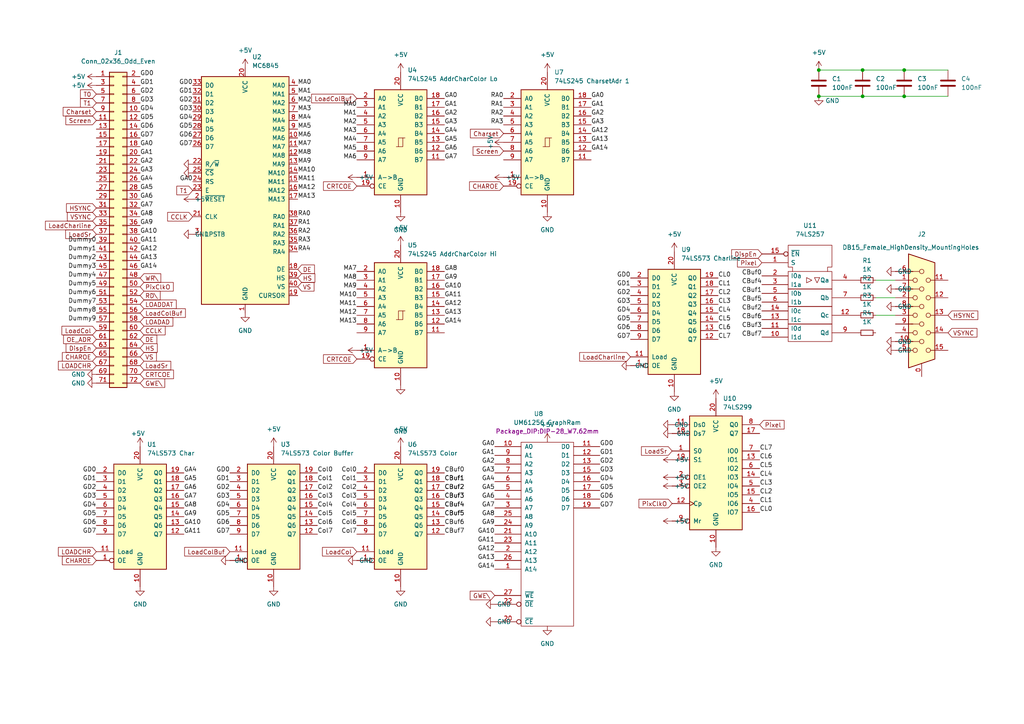
<source format=kicad_sch>
(kicad_sch (version 20211123) (generator eeschema)
  (paper "A4")
  (lib_symbols
    (symbol "74xx:74LS245" (pin_names (offset 1.016))
      (property "Reference" "U" (at -7.62 16.51 0))
      (property "Value" "74LS245" (at -7.62 -16.51 0))
      (symbol "74LS245_1_0"
        (pin input line (at -12.7 -10.16 0) (length 5.08) (name "A->B") (number "1"))
        (pin power_in line (at 0 -20.32 90) (length 5.08) (name "GND") (number "10"))
        (pin tri_state line (at 12.7 -5.08 180) (length 5.08) (name "B7") (number "11"))
        (pin tri_state line (at 12.7 -2.54 180) (length 5.08) (name "B6") (number "12"))
        (pin tri_state line (at 12.7 0 180) (length 5.08) (name "B5") (number "13"))
        (pin tri_state line (at 12.7 2.54 180) (length 5.08) (name "B4") (number "14"))
        (pin tri_state line (at 12.7 5.08 180) (length 5.08) (name "B3") (number "15"))
        (pin tri_state line (at 12.7 7.62 180) (length 5.08) (name "B2") (number "16"))
        (pin tri_state line (at 12.7 10.16 180) (length 5.08) (name "B1") (number "17"))
        (pin tri_state line (at 12.7 12.7 180) (length 5.08) (name "B0") (number "18"))
        (pin input inverted (at -12.7 -12.7 0) (length 5.08) (name "CE") (number "19"))
        (pin tri_state line (at -12.7 12.7 0) (length 5.08) (name "A0") (number "2"))
        (pin power_in line (at 0 20.32 270) (length 5.08) (name "VCC") (number "20"))
        (pin tri_state line (at -12.7 10.16 0) (length 5.08) (name "A1") (number "3"))
        (pin tri_state line (at -12.7 7.62 0) (length 5.08) (name "A2") (number "4"))
        (pin tri_state line (at -12.7 5.08 0) (length 5.08) (name "A3") (number "5"))
        (pin tri_state line (at -12.7 2.54 0) (length 5.08) (name "A4") (number "6"))
        (pin tri_state line (at -12.7 0 0) (length 5.08) (name "A5") (number "7"))
        (pin tri_state line (at -12.7 -2.54 0) (length 5.08) (name "A6") (number "8"))
        (pin tri_state line (at -12.7 -5.08 0) (length 5.08) (name "A7") (number "9"))
      )
    )
    (symbol "74xx:74LS299" (pin_names (offset 1.016))
      (property "Reference" "U" (at -7.62 16.51 0))
      (property "Value" "74LS299" (at -7.62 -19.05 0))
      (symbol "74LS299_1_0"
        (pin input line (at -12.7 5.08 0) (length 5.08) (name "S0") (number "1"))
        (pin power_in line (at 0 -22.86 90) (length 5.08) (name "GND") (number "10"))
        (pin input line (at -12.7 12.7 0) (length 5.08) (name "Ds0") (number "11"))
        (pin input clock (at -12.7 -10.16 0) (length 5.08) (name "Cp") (number "12"))
        (pin tri_state line (at 12.7 2.54 180) (length 5.08) (name "IO1") (number "13"))
        (pin tri_state line (at 12.7 -2.54 180) (length 5.08) (name "IO3") (number "14"))
        (pin tri_state line (at 12.7 -7.62 180) (length 5.08) (name "IO5") (number "15"))
        (pin tri_state line (at 12.7 -12.7 180) (length 5.08) (name "IO7") (number "16"))
        (pin output line (at 12.7 10.16 180) (length 5.08) (name "Q7") (number "17"))
        (pin input line (at -12.7 10.16 0) (length 5.08) (name "Ds7") (number "18"))
        (pin input line (at -12.7 2.54 0) (length 5.08) (name "S1") (number "19"))
        (pin input inverted (at -12.7 -2.54 0) (length 5.08) (name "OE1") (number "2"))
        (pin power_in line (at 0 20.32 270) (length 5.08) (name "VCC") (number "20"))
        (pin input inverted (at -12.7 -5.08 0) (length 5.08) (name "OE2") (number "3"))
        (pin tri_state line (at 12.7 -10.16 180) (length 5.08) (name "IO6") (number "4"))
        (pin tri_state line (at 12.7 -5.08 180) (length 5.08) (name "IO4") (number "5"))
        (pin tri_state line (at 12.7 0 180) (length 5.08) (name "IO2") (number "6"))
        (pin tri_state line (at 12.7 5.08 180) (length 5.08) (name "IO0") (number "7"))
        (pin output line (at 12.7 12.7 180) (length 5.08) (name "Q0") (number "8"))
        (pin input inverted (at -12.7 -15.24 0) (length 5.08) (name "Mr") (number "9"))
      )
    )
    (symbol "74xx:74LS573" (pin_names (offset 1.016))
      (property "Reference" "U" (at -7.62 16.51 0))
      (property "Value" "74LS573" (at -7.62 -16.51 0))
      (symbol "74LS573_1_0"
        (pin input inverted (at -12.7 -12.7 0) (length 5.08) (name "OE") (number "1"))
        (pin power_in line (at 0 -20.32 90) (length 5.08) (name "GND") (number "10"))
        (pin input line (at -12.7 -10.16 0) (length 5.08) (name "Load") (number "11"))
        (pin tri_state line (at 12.7 -5.08 180) (length 5.08) (name "Q7") (number "12"))
        (pin tri_state line (at 12.7 -2.54 180) (length 5.08) (name "Q6") (number "13"))
        (pin tri_state line (at 12.7 0 180) (length 5.08) (name "Q5") (number "14"))
        (pin tri_state line (at 12.7 2.54 180) (length 5.08) (name "Q4") (number "15"))
        (pin tri_state line (at 12.7 5.08 180) (length 5.08) (name "Q3") (number "16"))
        (pin tri_state line (at 12.7 7.62 180) (length 5.08) (name "Q2") (number "17"))
        (pin tri_state line (at 12.7 10.16 180) (length 5.08) (name "Q1") (number "18"))
        (pin tri_state line (at 12.7 12.7 180) (length 5.08) (name "Q0") (number "19"))
        (pin input line (at -12.7 12.7 0) (length 5.08) (name "D0") (number "2"))
        (pin power_in line (at 0 20.32 270) (length 5.08) (name "VCC") (number "20"))
        (pin input line (at -12.7 10.16 0) (length 5.08) (name "D1") (number "3"))
        (pin input line (at -12.7 7.62 0) (length 5.08) (name "D2") (number "4"))
        (pin input line (at -12.7 5.08 0) (length 5.08) (name "D3") (number "5"))
        (pin input line (at -12.7 2.54 0) (length 5.08) (name "D4") (number "6"))
        (pin input line (at -12.7 0 0) (length 5.08) (name "D5") (number "7"))
        (pin input line (at -12.7 -2.54 0) (length 5.08) (name "D6") (number "8"))
        (pin input line (at -12.7 -5.08 0) (length 5.08) (name "D7") (number "9"))
      )
    )
    (symbol "74xx_IEEE:74LS257" (pin_names (offset 0.762))
      (property "Reference" "U" (at 7.62 10.16 0))
      (property "Value" "74LS257" (at 6.35 -16.51 0))
      (symbol "74LS257_0_0"
        (pin power_in line (at 3.81 13.97 270) (length 0) hide (name "VCC") (number "16"))
        (pin power_in line (at 0 13.97 270) (length 0) hide (name "GND") (number "8"))
      )
      (symbol "74LS257_1_1"
        (pin input line (at -13.97 8.89 0) (length 7.62) (name "S") (number "1"))
        (pin input line (at -13.97 -12.7 0) (length 7.62) (name "I1d") (number "10"))
        (pin input line (at -13.97 -10.16 0) (length 7.62) (name "I0d") (number "11"))
        (pin tri_state line (at 13.97 -6.35 180) (length 7.62) (name "Qc") (number "12"))
        (pin input line (at -13.97 -7.62 0) (length 7.62) (name "I1c") (number "13"))
        (pin input line (at -13.97 -5.08 0) (length 7.62) (name "I0c") (number "14"))
        (pin input inverted (at -13.97 11.43 0) (length 7.62) (name "~{EN}") (number "15"))
        (pin input line (at -13.97 5.08 0) (length 7.62) (name "I0a") (number "2"))
        (pin input line (at -13.97 2.54 0) (length 7.62) (name "I1a") (number "3"))
        (pin tri_state line (at 13.97 3.81 180) (length 7.62) (name "Qa") (number "4"))
        (pin input line (at -13.97 0 0) (length 7.62) (name "I0b") (number "5"))
        (pin input line (at -13.97 -2.54 0) (length 7.62) (name "I1b") (number "6"))
        (pin tri_state line (at 13.97 -1.27 180) (length 7.62) (name "Qb") (number "7"))
        (pin tri_state line (at 13.97 -11.43 180) (length 7.62) (name "Qd") (number "9"))
      )
    )
    (symbol "Connector:DB15_Female_HighDensity_MountingHoles" (pin_names (offset 1.016) hide)
      (property "Reference" "J" (at 0 21.59 0))
      (property "Value" "DB15_Female_HighDensity_MountingHoles" (at 0 19.05 0))
      (symbol "DB15_Female_HighDensity_MountingHoles_1_1"
        (pin passive line (at 0 -17.78 90) (length 3.81) (name "~") (number "0"))
        (pin passive line (at -7.62 10.16 0) (length 5.08) (name "~") (number "1"))
        (pin passive line (at -7.62 -7.62 0) (length 5.08) (name "~") (number "10"))
        (pin passive line (at 7.62 10.16 180) (length 5.08) (name "~") (number "11"))
        (pin passive line (at 7.62 5.08 180) (length 5.08) (name "~") (number "12"))
        (pin passive line (at 7.62 0 180) (length 5.08) (name "~") (number "13"))
        (pin passive line (at 7.62 -5.08 180) (length 5.08) (name "~") (number "14"))
        (pin passive line (at 7.62 -10.16 180) (length 5.08) (name "~") (number "15"))
        (pin passive line (at -7.62 5.08 0) (length 5.08) (name "~") (number "2"))
        (pin passive line (at -7.62 0 0) (length 5.08) (name "~") (number "3"))
        (pin passive line (at -7.62 -5.08 0) (length 5.08) (name "~") (number "4"))
        (pin passive line (at -7.62 -10.16 0) (length 5.08) (name "~") (number "5"))
        (pin passive line (at -7.62 12.7 0) (length 5.08) (name "~") (number "6"))
        (pin passive line (at -7.62 7.62 0) (length 5.08) (name "~") (number "7"))
        (pin passive line (at -7.62 2.54 0) (length 5.08) (name "~") (number "8"))
        (pin passive line (at -7.62 -2.54 0) (length 5.08) (name "~") (number "9"))
      )
    )
    (symbol "Connector_Generic:Conn_02x36_Odd_Even" (pin_names (offset 1.016) hide)
      (property "Reference" "J" (at 1.27 45.72 0))
      (property "Value" "Conn_02x36_Odd_Even" (at 1.27 -48.26 0))
      (symbol "Conn_02x36_Odd_Even_1_1"
        (pin passive line (at -5.08 43.18 0) (length 3.81) (name "Pin_1") (number "1"))
        (pin passive line (at 7.62 33.02 180) (length 3.81) (name "Pin_10") (number "10"))
        (pin passive line (at -5.08 30.48 0) (length 3.81) (name "Pin_11") (number "11"))
        (pin passive line (at 7.62 30.48 180) (length 3.81) (name "Pin_12") (number "12"))
        (pin passive line (at -5.08 27.94 0) (length 3.81) (name "Pin_13") (number "13"))
        (pin passive line (at 7.62 27.94 180) (length 3.81) (name "Pin_14") (number "14"))
        (pin passive line (at -5.08 25.4 0) (length 3.81) (name "Pin_15") (number "15"))
        (pin passive line (at 7.62 25.4 180) (length 3.81) (name "Pin_16") (number "16"))
        (pin passive line (at -5.08 22.86 0) (length 3.81) (name "Pin_17") (number "17"))
        (pin passive line (at 7.62 22.86 180) (length 3.81) (name "Pin_18") (number "18"))
        (pin passive line (at -5.08 20.32 0) (length 3.81) (name "Pin_19") (number "19"))
        (pin passive line (at 7.62 43.18 180) (length 3.81) (name "Pin_2") (number "2"))
        (pin passive line (at 7.62 20.32 180) (length 3.81) (name "Pin_20") (number "20"))
        (pin passive line (at -5.08 17.78 0) (length 3.81) (name "Pin_21") (number "21"))
        (pin passive line (at 7.62 17.78 180) (length 3.81) (name "Pin_22") (number "22"))
        (pin passive line (at -5.08 15.24 0) (length 3.81) (name "Pin_23") (number "23"))
        (pin passive line (at 7.62 15.24 180) (length 3.81) (name "Pin_24") (number "24"))
        (pin passive line (at -5.08 12.7 0) (length 3.81) (name "Pin_25") (number "25"))
        (pin passive line (at 7.62 12.7 180) (length 3.81) (name "Pin_26") (number "26"))
        (pin passive line (at -5.08 10.16 0) (length 3.81) (name "Pin_27") (number "27"))
        (pin passive line (at 7.62 10.16 180) (length 3.81) (name "Pin_28") (number "28"))
        (pin passive line (at -5.08 7.62 0) (length 3.81) (name "Pin_29") (number "29"))
        (pin passive line (at -5.08 40.64 0) (length 3.81) (name "Pin_3") (number "3"))
        (pin passive line (at 7.62 7.62 180) (length 3.81) (name "Pin_30") (number "30"))
        (pin passive line (at -5.08 5.08 0) (length 3.81) (name "Pin_31") (number "31"))
        (pin passive line (at 7.62 5.08 180) (length 3.81) (name "Pin_32") (number "32"))
        (pin passive line (at -5.08 2.54 0) (length 3.81) (name "Pin_33") (number "33"))
        (pin passive line (at 7.62 2.54 180) (length 3.81) (name "Pin_34") (number "34"))
        (pin passive line (at -5.08 0 0) (length 3.81) (name "Pin_35") (number "35"))
        (pin passive line (at 7.62 0 180) (length 3.81) (name "Pin_36") (number "36"))
        (pin passive line (at -5.08 -2.54 0) (length 3.81) (name "Pin_37") (number "37"))
        (pin passive line (at 7.62 -2.54 180) (length 3.81) (name "Pin_38") (number "38"))
        (pin passive line (at -5.08 -5.08 0) (length 3.81) (name "Pin_39") (number "39"))
        (pin passive line (at 7.62 40.64 180) (length 3.81) (name "Pin_4") (number "4"))
        (pin passive line (at 7.62 -5.08 180) (length 3.81) (name "Pin_40") (number "40"))
        (pin passive line (at -5.08 -7.62 0) (length 3.81) (name "Pin_41") (number "41"))
        (pin passive line (at 7.62 -7.62 180) (length 3.81) (name "Pin_42") (number "42"))
        (pin passive line (at -5.08 -10.16 0) (length 3.81) (name "Pin_43") (number "43"))
        (pin passive line (at 7.62 -10.16 180) (length 3.81) (name "Pin_44") (number "44"))
        (pin passive line (at -5.08 -12.7 0) (length 3.81) (name "Pin_45") (number "45"))
        (pin passive line (at 7.62 -12.7 180) (length 3.81) (name "Pin_46") (number "46"))
        (pin passive line (at -5.08 -15.24 0) (length 3.81) (name "Pin_47") (number "47"))
        (pin passive line (at 7.62 -15.24 180) (length 3.81) (name "Pin_48") (number "48"))
        (pin passive line (at -5.08 -17.78 0) (length 3.81) (name "Pin_49") (number "49"))
        (pin passive line (at -5.08 38.1 0) (length 3.81) (name "Pin_5") (number "5"))
        (pin passive line (at 7.62 -17.78 180) (length 3.81) (name "Pin_50") (number "50"))
        (pin passive line (at -5.08 -20.32 0) (length 3.81) (name "Pin_51") (number "51"))
        (pin passive line (at 7.62 -20.32 180) (length 3.81) (name "Pin_52") (number "52"))
        (pin passive line (at -5.08 -22.86 0) (length 3.81) (name "Pin_53") (number "53"))
        (pin passive line (at 7.62 -22.86 180) (length 3.81) (name "Pin_54") (number "54"))
        (pin passive line (at -5.08 -25.4 0) (length 3.81) (name "Pin_55") (number "55"))
        (pin passive line (at 7.62 -25.4 180) (length 3.81) (name "Pin_56") (number "56"))
        (pin passive line (at -5.08 -27.94 0) (length 3.81) (name "Pin_57") (number "57"))
        (pin passive line (at 7.62 -27.94 180) (length 3.81) (name "Pin_58") (number "58"))
        (pin passive line (at -5.08 -30.48 0) (length 3.81) (name "Pin_59") (number "59"))
        (pin passive line (at 7.62 38.1 180) (length 3.81) (name "Pin_6") (number "6"))
        (pin passive line (at 7.62 -30.48 180) (length 3.81) (name "Pin_60") (number "60"))
        (pin passive line (at -5.08 -33.02 0) (length 3.81) (name "Pin_61") (number "61"))
        (pin passive line (at 7.62 -33.02 180) (length 3.81) (name "Pin_62") (number "62"))
        (pin passive line (at -5.08 -35.56 0) (length 3.81) (name "Pin_63") (number "63"))
        (pin passive line (at 7.62 -35.56 180) (length 3.81) (name "Pin_64") (number "64"))
        (pin passive line (at -5.08 -38.1 0) (length 3.81) (name "Pin_65") (number "65"))
        (pin passive line (at 7.62 -38.1 180) (length 3.81) (name "Pin_66") (number "66"))
        (pin passive line (at -5.08 -40.64 0) (length 3.81) (name "Pin_67") (number "67"))
        (pin passive line (at 7.62 -40.64 180) (length 3.81) (name "Pin_68") (number "68"))
        (pin passive line (at -5.08 -43.18 0) (length 3.81) (name "Pin_69") (number "69"))
        (pin passive line (at -5.08 35.56 0) (length 3.81) (name "Pin_7") (number "7"))
        (pin passive line (at 7.62 -43.18 180) (length 3.81) (name "Pin_70") (number "70"))
        (pin passive line (at -5.08 -45.72 0) (length 3.81) (name "Pin_71") (number "71"))
        (pin passive line (at 7.62 -45.72 180) (length 3.81) (name "Pin_72") (number "72"))
        (pin passive line (at 7.62 35.56 180) (length 3.81) (name "Pin_8") (number "8"))
        (pin passive line (at -5.08 33.02 0) (length 3.81) (name "Pin_9") (number "9"))
      )
    )
    (symbol "Device:C" (pin_numbers hide) (pin_names (offset 0.254))
      (property "Reference" "C" (at 0.635 2.54 0))
      (property "Value" "C" (at 0.635 -2.54 0))
      (symbol "C_1_1"
        (pin passive line (at 0 3.81 270) (length 2.794) (name "~") (number "1"))
        (pin passive line (at 0 -3.81 90) (length 2.794) (name "~") (number "2"))
      )
    )
    (symbol "Device:R_Small" (pin_numbers hide) (pin_names (offset 0.254) hide)
      (property "Reference" "R" (at 0.762 0.508 0))
      (property "Value" "R_Small" (at 0.762 -1.016 0))
      (symbol "R_Small_1_1"
        (pin passive line (at 0 2.54 270) (length 0.762) (name "~") (number "1"))
        (pin passive line (at 0 -2.54 90) (length 0.762) (name "~") (number "2"))
      )
    )
    (symbol "GPU:MC6845" (pin_names (offset 1.016))
      (property "Reference" "U" (at -10.16 34.29 0))
      (property "Value" "MC6845" (at 12.7 34.29 0))
      (symbol "MC6845_1_1"
        (pin power_in line (at 0 -35.56 90) (length 2.54) (name "GND") (number "1"))
        (pin output line (at 15.24 15.24 180) (length 2.54) (name "MA6") (number "10"))
        (pin output line (at 15.24 12.7 180) (length 2.54) (name "MA7") (number "11"))
        (pin output line (at 15.24 10.16 180) (length 2.54) (name "MA8") (number "12"))
        (pin output line (at 15.24 7.62 180) (length 2.54) (name "MA9") (number "13"))
        (pin output line (at 15.24 5.08 180) (length 2.54) (name "MA10") (number "14"))
        (pin output line (at 15.24 2.54 180) (length 2.54) (name "MA11") (number "15"))
        (pin output line (at 15.24 0 180) (length 2.54) (name "MA12") (number "16"))
        (pin output line (at 15.24 -2.54 180) (length 2.54) (name "MA13") (number "17"))
        (pin output line (at 15.24 -22.86 180) (length 2.54) (name "DE") (number "18"))
        (pin output line (at 15.24 -30.48 180) (length 2.54) (name "CURSOR") (number "19"))
        (pin input line (at -15.24 -2.54 0) (length 2.54) (name "~{RESET}") (number "2"))
        (pin power_in line (at 0 35.56 270) (length 2.54) (name "VCC") (number "20"))
        (pin input line (at -15.24 -7.62 0) (length 2.54) (name "CLK") (number "21"))
        (pin input line (at -15.24 7.62 0) (length 2.54) (name "R/~{W}") (number "22"))
        (pin input line (at -15.24 0 0) (length 2.54) (name "E") (number "23"))
        (pin input line (at -15.24 2.54 0) (length 2.54) (name "RS") (number "24"))
        (pin input line (at -15.24 5.08 0) (length 2.54) (name "~{CS}") (number "25"))
        (pin bidirectional line (at -15.24 12.7 0) (length 2.54) (name "D7") (number "26"))
        (pin bidirectional line (at -15.24 15.24 0) (length 2.54) (name "D6") (number "27"))
        (pin bidirectional line (at -15.24 17.78 0) (length 2.54) (name "D5") (number "28"))
        (pin bidirectional line (at -15.24 20.32 0) (length 2.54) (name "D4") (number "29"))
        (pin input line (at -15.24 -12.7 0) (length 2.54) (name "LPSTB") (number "3"))
        (pin bidirectional line (at -15.24 22.86 0) (length 2.54) (name "D3") (number "30"))
        (pin bidirectional line (at -15.24 25.4 0) (length 2.54) (name "D2") (number "31"))
        (pin bidirectional line (at -15.24 27.94 0) (length 2.54) (name "D1") (number "32"))
        (pin bidirectional line (at -15.24 30.48 0) (length 2.54) (name "D0") (number "33"))
        (pin output line (at 15.24 -17.78 180) (length 2.54) (name "RA4") (number "34"))
        (pin output line (at 15.24 -15.24 180) (length 2.54) (name "RA3") (number "35"))
        (pin output line (at 15.24 -12.7 180) (length 2.54) (name "RA2") (number "36"))
        (pin output line (at 15.24 -10.16 180) (length 2.54) (name "RA1") (number "37"))
        (pin output line (at 15.24 -7.62 180) (length 2.54) (name "RA0") (number "38"))
        (pin output line (at 15.24 -25.4 180) (length 2.54) (name "HS") (number "39"))
        (pin output line (at 15.24 30.48 180) (length 2.54) (name "MA0") (number "4"))
        (pin output line (at 15.24 -27.94 180) (length 2.54) (name "VS") (number "40"))
        (pin output line (at 15.24 27.94 180) (length 2.54) (name "MA1") (number "5"))
        (pin output line (at 15.24 25.4 180) (length 2.54) (name "MA2") (number "6"))
        (pin output line (at 15.24 22.86 180) (length 2.54) (name "MA3") (number "7"))
        (pin output line (at 15.24 20.32 180) (length 2.54) (name "MA4") (number "8"))
        (pin output line (at 15.24 17.78 180) (length 2.54) (name "MA5") (number "9"))
      )
    )
    (symbol "cbm-steve:UM61256" (pin_names (offset 1.016))
      (property "Reference" "U" (at 2.54 -15.24 0))
      (property "Value" "UM61256" (at 1.27 -17.78 0))
      (symbol "UM61256_0_0"
        (pin power_in line (at 0 -29.21 90) (length 1.27) hide (name "GND") (number "14"))
        (pin power_in line (at 0 24.13 270) (length 1.27) hide (name "VCC") (number "28"))
      )
      (symbol "UM61256_1_1"
        (pin input line (at -15.24 -12.7 0) (length 7.62) (name "A14") (number "1"))
        (pin input line (at -15.24 22.86 0) (length 7.62) (name "A0") (number "10"))
        (pin tri_state line (at 15.24 22.86 180) (length 7.62) (name "D0") (number "11"))
        (pin tri_state line (at 15.24 20.32 180) (length 7.62) (name "D1") (number "12"))
        (pin tri_state line (at 15.24 17.78 180) (length 7.62) (name "D2") (number "13"))
        (pin tri_state line (at 15.24 15.24 180) (length 7.62) (name "D3") (number "15"))
        (pin tri_state line (at 15.24 12.7 180) (length 7.62) (name "D4") (number "16"))
        (pin tri_state line (at 15.24 10.16 180) (length 7.62) (name "D5") (number "17"))
        (pin tri_state line (at 15.24 7.62 180) (length 7.62) (name "D6") (number "18"))
        (pin tri_state line (at 15.24 5.08 180) (length 7.62) (name "D7") (number "19"))
        (pin input line (at -15.24 -7.62 0) (length 7.62) (name "A12") (number "2"))
        (pin input inverted (at -15.24 -27.94 0) (length 7.62) (name "~{CE}") (number "20"))
        (pin input line (at -15.24 -2.54 0) (length 7.62) (name "A10") (number "21"))
        (pin input inverted (at -15.24 -22.86 0) (length 7.62) (name "~{OE}") (number "22"))
        (pin input line (at -15.24 -5.08 0) (length 7.62) (name "A11") (number "23"))
        (pin input line (at -15.24 0 0) (length 7.62) (name "A9") (number "24"))
        (pin input line (at -15.24 2.54 0) (length 7.62) (name "A8") (number "25"))
        (pin input line (at -15.24 -10.16 0) (length 7.62) (name "A13") (number "26"))
        (pin input line (at -15.24 -20.32 0) (length 7.62) (name "~{WE}") (number "27"))
        (pin input line (at -15.24 5.08 0) (length 7.62) (name "A7") (number "3"))
        (pin input line (at -15.24 7.62 0) (length 7.62) (name "A6") (number "4"))
        (pin input line (at -15.24 10.16 0) (length 7.62) (name "A5") (number "5"))
        (pin input line (at -15.24 12.7 0) (length 7.62) (name "A4") (number "6"))
        (pin input line (at -15.24 15.24 0) (length 7.62) (name "A3") (number "7"))
        (pin input line (at -15.24 17.78 0) (length 7.62) (name "A2") (number "8"))
        (pin input line (at -15.24 20.32 0) (length 7.62) (name "A1") (number "9"))
      )
    )
    (symbol "power:+5V" (power) (pin_names (offset 0))
      (property "Value" "+5V" (at 0 3.556 0))
      (symbol "+5V_1_1"
        (pin power_in line (at 0 0 90) (length 0) hide (name "+5V") (number "1"))
      )
    )
    (symbol "power:GND" (power) (pin_names (offset 0))
      (property "Value" "GND" (at 0 -3.81 0))
      (symbol "GND_1_1"
        (pin power_in line (at 0 0 270) (length 0) hide (name "GND") (number "1"))
      )
    )
  )
  (junction (at 262.255 20.32))
  (junction (at 250.19 27.94))
  (junction (at 237.49 20.32))
  (junction (at 262.255 27.94))
  (junction (at 237.49 27.94))
  (junction (at 250.19 20.32))
  (wire (pts (xy 262.255 20.32) (xy 274.955 20.32)))
  (wire (pts (xy 237.49 27.94) (xy 250.19 27.94)))
  (wire (pts (xy 254 81.28) (xy 259.715 81.28)))
  (wire (pts (xy 262.255 27.94) (xy 274.955 27.94)))
  (wire (pts (xy 250.19 20.32) (xy 262.255 20.32)))
  (wire (pts (xy 250.19 27.94) (xy 262.255 27.94)))
  (wire (pts (xy 254 86.36) (xy 259.715 86.36)))
  (wire (pts (xy 254 91.44) (xy 259.715 91.44)))
  (wire (pts (xy 237.49 20.32) (xy 250.19 20.32)))
  (label "CL2" (at 208.28 85.725 0))
  (label "MA6" (at 103.505 46.355 180))
  (label "GA12" (at 40.64 73.025 0))
  (label "CBuf3" (at 128.905 144.78 0))
  (label "CBuf5" (at 128.905 149.86 0))
  (label "MA8" (at 103.505 81.28 180))
  (label "MA13" (at 86.36 57.785 0))
  (label "Dummy2" (at 27.94 75.565 180))
  (label "GD0" (at 55.88 24.765 180))
  (label "GD7" (at 55.88 42.545 180))
  (label "GD6" (at 27.94 152.4 180))
  (label "GA1" (at 128.905 31.115 0))
  (label "GA6" (at 40.64 57.785 0))
  (label "GD2" (at 27.94 142.24 180))
  (label "MA2" (at 86.36 29.845 0))
  (label "Col4" (at 103.505 147.32 180))
  (label "GA0" (at 128.905 28.575 0))
  (label "Col3" (at 103.505 144.78 180))
  (label "GD5" (at 55.88 37.465 180))
  (label "GD0" (at 27.94 137.16 180))
  (label "CL0" (at 220.345 148.59 0))
  (label "GA7" (at 40.64 60.325 0))
  (label "GA2" (at 143.51 134.62 180))
  (label "MA5" (at 86.36 37.465 0))
  (label "CBuf6" (at 128.905 152.4 0))
  (label "GD1" (at 66.675 139.7 180))
  (label "GD0" (at 66.675 137.16 180))
  (label "GD3" (at 40.64 29.845 0))
  (label "GA11" (at 143.51 157.48 180))
  (label "GA9" (at 53.34 149.86 0))
  (label "Dummy1" (at 27.94 73.025 180))
  (label "GA8" (at 53.34 147.32 0))
  (label "GD1" (at 173.99 132.08 0))
  (label "MA3" (at 103.505 38.735 180))
  (label "Col3" (at 92.075 144.78 0))
  (label "GA5" (at 40.64 55.245 0))
  (label "GA5" (at 143.51 142.24 180))
  (label "Col5" (at 103.505 149.86 180))
  (label "MA3" (at 86.36 32.385 0))
  (label "CL4" (at 208.28 90.805 0))
  (label "MA9" (at 86.36 47.625 0))
  (label "GD3" (at 27.94 144.78 180))
  (label "CBuf4" (at 220.98 82.55 180))
  (label "Dummy9" (at 27.94 93.345 180))
  (label "CBuf2" (at 220.98 90.17 180))
  (label "CBuf1" (at 220.98 85.09 180))
  (label "MA12" (at 103.505 91.44 180))
  (label "GA1" (at 171.45 31.115 0))
  (label "GD2" (at 182.88 85.725 180))
  (label "MA13" (at 103.505 93.98 180))
  (label "MA10" (at 86.36 50.165 0))
  (label "GD2" (at 40.64 27.305 0))
  (label "MA12" (at 86.36 55.245 0))
  (label "GD7" (at 27.94 154.94 180))
  (label "Col4" (at 92.075 147.32 0))
  (label "GA3" (at 143.51 137.16 180))
  (label "MA1" (at 103.505 33.655 180))
  (label "CL0" (at 208.28 80.645 0))
  (label "CL6" (at 208.28 95.885 0))
  (label "Dummy7" (at 27.94 88.265 180))
  (label "GA12" (at 143.51 160.02 180))
  (label "Col6" (at 103.505 152.4 180))
  (label "MA4" (at 103.505 41.275 180))
  (label "CL5" (at 208.28 93.345 0))
  (label "GA13" (at 128.905 91.44 0))
  (label "GD7" (at 40.64 40.005 0))
  (label "GA8" (at 128.905 78.74 0))
  (label "GD4" (at 66.675 147.32 180))
  (label "GD7" (at 66.675 154.94 180))
  (label "CL2" (at 220.345 143.51 0))
  (label "MA2" (at 103.505 36.195 180))
  (label "GD6" (at 182.88 95.885 180))
  (label "CL5" (at 220.345 135.89 0))
  (label "GD4" (at 40.64 32.385 0))
  (label "MA10" (at 103.505 86.36 180))
  (label "GD4" (at 55.88 34.925 180))
  (label "Col5" (at 92.075 149.86 0))
  (label "RA3" (at 86.36 70.485 0))
  (label "GA3" (at 128.905 36.195 0))
  (label "GA6" (at 128.905 43.815 0))
  (label "RA2" (at 86.36 67.945 0))
  (label "CBuf0" (at 128.905 137.16 0))
  (label "GA10" (at 53.34 152.4 0))
  (label "GA12" (at 128.905 88.9 0))
  (label "GA14" (at 143.51 165.1 180))
  (label "Dummy3" (at 27.94 78.105 180))
  (label "CL7" (at 208.28 98.425 0))
  (label "CBuf3" (at 220.98 95.25 180))
  (label "CBuf0" (at 220.98 80.01 180))
  (label "GA14" (at 128.905 93.98 0))
  (label "GA10" (at 128.905 83.82 0))
  (label "CBuf1" (at 128.905 139.7 0))
  (label "GD2" (at 66.675 142.24 180))
  (label "GD3" (at 182.88 88.265 180))
  (label "GD3" (at 55.88 32.385 180))
  (label "GA13" (at 171.45 41.275 0))
  (label "RA0" (at 86.36 62.865 0))
  (label "GD7" (at 182.88 98.425 180))
  (label "MA11" (at 86.36 52.705 0))
  (label "Col2" (at 92.075 142.24 0))
  (label "CBuf5" (at 128.905 149.86 0))
  (label "MA5" (at 103.505 43.815 180))
  (label "MA9" (at 103.505 83.82 180))
  (label "GA7" (at 53.34 144.78 0))
  (label "GA13" (at 40.64 75.565 0))
  (label "CBuf4" (at 128.905 147.32 0))
  (label "MA6" (at 86.36 40.005 0))
  (label "GD6" (at 55.88 40.005 180))
  (label "GD3" (at 173.99 137.16 0))
  (label "Col2" (at 103.505 142.24 180))
  (label "GD2" (at 55.88 29.845 180))
  (label "MA1" (at 86.36 27.305 0))
  (label "CL1" (at 208.28 83.185 0))
  (label "MA8" (at 86.36 45.085 0))
  (label "GA7" (at 128.905 46.355 0))
  (label "GA0" (at 55.88 52.705 180))
  (label "CBuf2" (at 128.905 142.24 0))
  (label "Col0" (at 92.075 137.16 0))
  (label "GD2" (at 173.99 134.62 0))
  (label "GA0" (at 40.64 42.545 0))
  (label "Dummy5" (at 27.94 83.185 180))
  (label "GD7" (at 173.99 147.32 0))
  (label "Dummy0" (at 27.94 70.485 180))
  (label "Col1" (at 103.505 139.7 180))
  (label "MA11" (at 103.505 88.9 180))
  (label "CBuf7" (at 220.98 97.79 180))
  (label "GA11" (at 128.905 86.36 0))
  (label "Dummy8" (at 27.94 90.805 180))
  (label "GA6" (at 143.51 144.78 180))
  (label "GA4" (at 40.64 52.705 0))
  (label "CL3" (at 208.28 88.265 0))
  (label "GA1" (at 143.51 132.08 180))
  (label "Col6" (at 92.075 152.4 0))
  (label "GD0" (at 173.99 129.54 0))
  (label "RA4" (at 86.36 73.025 0))
  (label "GA11" (at 53.34 154.94 0))
  (label "RA2" (at 146.05 33.655 180))
  (label "MA0" (at 86.36 24.765 0))
  (label "GD5" (at 40.64 34.925 0))
  (label "RA3" (at 146.05 36.195 180))
  (label "GA3" (at 40.64 50.165 0))
  (label "MA7" (at 86.36 42.545 0))
  (label "GD6" (at 66.675 152.4 180))
  (label "Col7" (at 103.505 154.94 180))
  (label "GA11" (at 40.64 70.485 0))
  (label "GA2" (at 128.905 33.655 0))
  (label "GD1" (at 40.64 24.765 0))
  (label "Col7" (at 92.075 154.94 0))
  (label "GA14" (at 40.64 78.105 0))
  (label "GD6" (at 40.64 37.465 0))
  (label "Dummy6" (at 27.94 85.725 180))
  (label "RA0" (at 146.05 28.575 180))
  (label "MA0" (at 103.505 31.115 180))
  (label "Dummy4" (at 27.94 80.645 180))
  (label "GA14" (at 171.45 43.815 0))
  (label "CBuf1" (at 128.905 139.7 0))
  (label "GA12" (at 171.45 38.735 0))
  (label "GA6" (at 53.34 142.24 0))
  (label "GA13" (at 143.51 162.56 180))
  (label "CBuf6" (at 220.98 92.71 180))
  (label "GD1" (at 55.88 27.305 180))
  (label "Col1" (at 92.075 139.7 0))
  (label "GD5" (at 182.88 93.345 180))
  (label "GD5" (at 27.94 149.86 180))
  (label "GD0" (at 182.88 80.645 180))
  (label "GA4" (at 53.34 137.16 0))
  (label "CBuf2" (at 128.905 142.24 0))
  (label "GA1" (at 40.64 45.085 0))
  (label "CL7" (at 220.345 130.81 0))
  (label "MA7" (at 103.505 78.74 180))
  (label "GD1" (at 182.88 83.185 180))
  (label "GA5" (at 128.905 41.275 0))
  (label "RA1" (at 86.36 65.405 0))
  (label "Col0" (at 103.505 137.16 180))
  (label "GA4" (at 143.51 139.7 180))
  (label "CBuf3" (at 128.905 144.78 0))
  (label "CL4" (at 220.345 138.43 0))
  (label "CL3" (at 220.345 140.97 0))
  (label "GD1" (at 27.94 139.7 180))
  (label "GA0" (at 171.45 28.575 0))
  (label "CBuf7" (at 128.905 154.94 0))
  (label "GA5" (at 53.34 139.7 0))
  (label "CBuf5" (at 220.98 87.63 180))
  (label "GD0" (at 40.64 22.225 0))
  (label "GA9" (at 128.905 81.28 0))
  (label "MA4" (at 86.36 34.925 0))
  (label "GA10" (at 40.64 67.945 0))
  (label "GD5" (at 66.675 149.86 180))
  (label "CBuf4" (at 128.905 147.32 0))
  (label "GD4" (at 27.94 147.32 180))
  (label "GA8" (at 40.64 62.865 0))
  (label "GA8" (at 143.51 149.86 180))
  (label "RA1" (at 146.05 31.115 180))
  (label "GA9" (at 40.64 65.405 0))
  (label "GA7" (at 143.51 147.32 180))
  (label "GA0" (at 143.51 129.54 180))
  (label "CL1" (at 220.345 146.05 0))
  (label "GD6" (at 173.99 144.78 0))
  (label "GA2" (at 40.64 47.625 0))
  (label "GA4" (at 128.905 38.735 0))
  (label "GA9" (at 143.51 152.4 180))
  (label "GA3" (at 171.45 36.195 0))
  (label "GD3" (at 66.675 144.78 180))
  (label "GA10" (at 143.51 154.94 180))
  (label "GA2" (at 171.45 33.655 0))
  (label "GD4" (at 182.88 90.805 180))
  (label "CL6" (at 220.345 133.35 0))
  (label "GD5" (at 173.99 142.24 0))
  (label "GD4" (at 173.99 139.7 0))
  (global_label "Screen" (shape input) (at 146.05 43.815 180) (property "Intersheet References" "${INTERSHEET_REFS}" (effects hide)))
  (global_label "CRTCOE" (shape input) (at 40.64 108.585 0) (property "Intersheet References" "${INTERSHEET_REFS}" (effects hide)))
  (global_label "T1" (shape input) (at 55.88 55.245 180) (property "Intersheet References" "${INTERSHEET_REFS}" (effects hide)))
  (global_label "CCLK" (shape input) (at 40.64 95.885 0) (property "Intersheet References" "${INTERSHEET_REFS}" (effects hide)))
  (global_label "RD\\" (shape input) (at 40.64 85.725 0) (property "Intersheet References" "${INTERSHEET_REFS}" (effects hide)))
  (global_label "LoadSr" (shape input) (at 27.94 67.945 180) (property "Intersheet References" "${INTERSHEET_REFS}" (effects hide)))
  (global_label "Screen" (shape input) (at 27.94 34.925 180) (property "Intersheet References" "${INTERSHEET_REFS}" (effects hide)))
  (global_label "LoadSr" (shape input) (at 40.64 106.045 0) (property "Intersheet References" "${INTERSHEET_REFS}" (effects hide)))
  (global_label "WR\\" (shape input) (at 40.64 80.645 0) (property "Intersheet References" "${INTERSHEET_REFS}" (effects hide)))
  (global_label "DispEn" (shape input) (at 220.98 73.66 180) (property "Intersheet References" "${INTERSHEET_REFS}" (effects hide)))
  (global_label "GWE\\" (shape input) (at 143.51 172.72 180) (property "Intersheet References" "${INTERSHEET_REFS}" (effects hide)))
  (global_label "PixClkO" (shape input) (at 40.64 83.185 0) (property "Intersheet References" "${INTERSHEET_REFS}" (effects hide)))
  (global_label "HS" (shape input) (at 86.36 80.645 0) (property "Intersheet References" "${INTERSHEET_REFS}" (effects hide)))
  (global_label "DispEn" (shape input) (at 27.94 100.965 180) (property "Intersheet References" "${INTERSHEET_REFS}" (effects hide)))
  (global_label "OE_ADR" (shape input) (at 27.94 98.425 180) (property "Intersheet References" "${INTERSHEET_REFS}" (effects hide)))
  (global_label "CCLK" (shape input) (at 55.88 62.865 180) (property "Intersheet References" "${INTERSHEET_REFS}" (effects hide)))
  (global_label "CRTCOE" (shape input) (at 103.505 104.14 180) (property "Intersheet References" "${INTERSHEET_REFS}" (effects hide)))
  (global_label "PixClkO" (shape input) (at 194.945 146.05 180) (property "Intersheet References" "${INTERSHEET_REFS}" (effects hide)))
  (global_label "VS" (shape input) (at 86.36 83.185 0) (property "Intersheet References" "${INTERSHEET_REFS}" (effects hide)))
  (global_label "CHAROE" (shape input) (at 27.94 103.505 180) (property "Intersheet References" "${INTERSHEET_REFS}" (effects hide)))
  (global_label "VSYNC" (shape input) (at 274.955 96.52 0) (property "Intersheet References" "${INTERSHEET_REFS}" (effects hide)))
  (global_label "CHAROE" (shape input) (at 27.94 162.56 180) (property "Intersheet References" "${INTERSHEET_REFS}" (effects hide)))
  (global_label "Charset" (shape input) (at 27.94 32.385 180) (property "Intersheet References" "${INTERSHEET_REFS}" (effects hide)))
  (global_label "Pixel" (shape input) (at 220.345 123.19 0) (property "Intersheet References" "${INTERSHEET_REFS}" (effects hide)))
  (global_label "CHAROE" (shape input) (at 146.05 53.975 180) (property "Intersheet References" "${INTERSHEET_REFS}" (effects hide)))
  (global_label "HSYNC" (shape input) (at 274.955 91.44 0) (property "Intersheet References" "${INTERSHEET_REFS}" (effects hide)))
  (global_label "GWE\\" (shape input) (at 40.64 111.125 0) (property "Intersheet References" "${INTERSHEET_REFS}" (effects hide)))
  (global_label "T0" (shape input) (at 27.94 27.305 180) (property "Intersheet References" "${INTERSHEET_REFS}" (effects hide)))
  (global_label "LOADAD" (shape input) (at 40.64 93.345 0) (property "Intersheet References" "${INTERSHEET_REFS}" (effects hide)))
  (global_label "VS" (shape input) (at 40.64 103.505 0) (property "Intersheet References" "${INTERSHEET_REFS}" (effects hide)))
  (global_label "Charset" (shape input) (at 146.05 38.735 180) (property "Intersheet References" "${INTERSHEET_REFS}" (effects hide)))
  (global_label "LoadColBuf" (shape input) (at 40.64 90.805 0) (property "Intersheet References" "${INTERSHEET_REFS}" (effects hide)))
  (global_label "LOADDAT" (shape input) (at 40.64 88.265 0) (property "Intersheet References" "${INTERSHEET_REFS}" (effects hide)))
  (global_label "LOADCHR" (shape input) (at 27.94 106.045 180) (property "Intersheet References" "${INTERSHEET_REFS}" (effects hide)))
  (global_label "HSYNC" (shape input) (at 27.94 60.325 180) (property "Intersheet References" "${INTERSHEET_REFS}" (effects hide)))
  (global_label "LoadCol" (shape input) (at 27.94 95.885 180) (property "Intersheet References" "${INTERSHEET_REFS}" (effects hide)))
  (global_label "Pixel" (shape input) (at 220.98 76.2 180) (property "Intersheet References" "${INTERSHEET_REFS}" (effects hide)))
  (global_label "DE" (shape input) (at 86.36 78.105 0) (property "Intersheet References" "${INTERSHEET_REFS}" (effects hide)))
  (global_label "LoadColBuf" (shape input) (at 103.505 28.575 180) (property "Intersheet References" "${INTERSHEET_REFS}" (effects hide)))
  (global_label "LoadColBuf" (shape input) (at 66.675 160.02 180) (property "Intersheet References" "${INTERSHEET_REFS}" (effects hide)))
  (global_label "LoadCharline" (shape input) (at 27.94 65.405 180) (property "Intersheet References" "${INTERSHEET_REFS}" (effects hide)))
  (global_label "CRTCOE" (shape input) (at 103.505 53.975 180) (property "Intersheet References" "${INTERSHEET_REFS}" (effects hide)))
  (global_label "DE" (shape input) (at 40.64 98.425 0) (property "Intersheet References" "${INTERSHEET_REFS}" (effects hide)))
  (global_label "VSYNC" (shape input) (at 27.94 62.865 180) (property "Intersheet References" "${INTERSHEET_REFS}" (effects hide)))
  (global_label "HS" (shape input) (at 40.64 100.965 0) (property "Intersheet References" "${INTERSHEET_REFS}" (effects hide)))
  (global_label "T1" (shape input) (at 27.94 29.845 180) (property "Intersheet References" "${INTERSHEET_REFS}" (effects hide)))
  (global_label "LOADCHR" (shape input) (at 27.94 160.02 180) (property "Intersheet References" "${INTERSHEET_REFS}" (effects hide)))
  (global_label "LoadSr" (shape input) (at 194.945 130.81 180) (property "Intersheet References" "${INTERSHEET_REFS}" (effects hide)))
  (global_label "LoadCharline" (shape input) (at 182.88 103.505 180) (property "Intersheet References" "${INTERSHEET_REFS}" (effects hide)))
  (global_label "LoadCol" (shape input) (at 103.505 160.02 180) (property "Intersheet References" "${INTERSHEET_REFS}" (effects hide)))
  (symbol (lib_id "power:GND") (at 259.715 101.6 270) (unit 1)
    (property "Reference" "#PWR049" (effects hide))
    (property "Value" "GND" (at 260.35 101.5999 90) (effects (justify left)))
  )
  (symbol (lib_id "power:+5V") (at 79.375 129.54 0) (unit 1)
    (property "Reference" "#PWR014" (effects hide))
    (property "Value" "+5V" (at 79.375 124.46 0))
  )
  (symbol (lib_id "power:+5V") (at 207.645 115.57 0) (unit 1)
    (property "Reference" "#PWR041" (effects hide))
    (property "Value" "+5V" (at 207.645 110.49 0))
  )
  (symbol (lib_id "power:+5V") (at 116.205 20.955 0) (unit 1)
    (property "Reference" "#PWR020" (effects hide))
    (property "Value" "+5V" (at 116.205 15.875 0))
  )
  (symbol (lib_id "Device:C") (at 237.49 24.13 0) (unit 1)
    (property "Reference" "C1" (at 241.3 22.8599 0) (effects (justify left)))
    (property "Value" "100nF" (at 241.3 25.3999 0) (effects (justify left)))
    (property "Footprint" "Capacitor_THT:C_Rect_L7.0mm_W2.0mm_P5.00mm" (effects hide))
  )
  (symbol (lib_id "power:+5V") (at 158.75 128.27 0) (unit 1)
    (property "Reference" "#PWR032" (effects hide))
    (property "Value" "+5V" (at 158.75 123.19 0))
  )
  (symbol (lib_id "power:GND") (at 182.88 106.045 270) (unit 1)
    (property "Reference" "#PWR034" (effects hide))
    (property "Value" "GND" (at 184.15 106.0449 90) (effects (justify left)))
  )
  (symbol (lib_id "power:+5V") (at 103.505 101.6 90) (unit 1)
    (property "Reference" "#PWR018" (effects hide))
    (property "Value" "+5V" (at 104.14 101.5999 90) (effects (justify right)))
  )
  (symbol (lib_id "power:GND") (at 143.51 180.34 270) (unit 1)
    (property "Reference" "#PWR027" (effects hide))
    (property "Value" "GND" (at 144.145 180.3399 90) (effects (justify left)))
  )
  (symbol (lib_id "power:+5V") (at 194.945 138.43 90) (unit 1)
    (property "Reference" "#PWR036" (effects hide))
    (property "Value" "+5V" (at 195.58 138.4299 90) (effects (justify right)))
  )
  (symbol (lib_id "74xx:74LS245") (at 116.205 41.275 0) (unit 1)
    (property "Reference" "U4" (at 118.2244 20.32 0) (effects (justify left)))
    (property "Value" "74LS245 AddrCharColor Lo" (at 118.2244 22.86 0) (effects (justify left)))
    (property "Footprint" "Package_DIP:DIP-20_W7.62mm" (effects hide))
    (property "Datasheet" "http://www.ti.com/lit/gpn/sn74LS245" (effects hide))
  )
  (symbol (lib_id "Device:R_Small") (at 251.46 91.44 90) (unit 1)
    (property "Reference" "R3" (at 251.46 85.725 90))
    (property "Value" "1K" (at 251.46 88.265 90))
    (property "Footprint" "Resistor_THT:R_Axial_DIN0204_L3.6mm_D1.6mm_P1.90mm_Vertical" (effects hide))
  )
  (symbol (lib_id "74xx:74LS299") (at 207.645 135.89 0) (unit 1)
    (property "Reference" "U10" (at 209.6644 115.57 0) (effects (justify left)))
    (property "Value" "74LS299" (at 209.6644 118.11 0) (effects (justify left)))
    (property "Footprint" "Package_DIP:DIP-20_W7.62mm" (effects hide))
    (property "Datasheet" "http://www.ti.com/lit/gpn/sn74LS299" (effects hide))
  )
  (symbol (lib_id "power:GND") (at 194.945 125.73 270) (unit 1)
    (property "Reference" "#PWR0102" (effects hide))
    (property "Value" "GND" (at 196.215 125.7299 90) (effects (justify left)))
  )
  (symbol (lib_id "power:+5V") (at 194.945 140.97 90) (unit 1)
    (property "Reference" "#PWR037" (effects hide))
    (property "Value" "+5V" (at 195.58 140.9699 90) (effects (justify right)))
  )
  (symbol (lib_id "Device:C") (at 274.955 24.13 0) (unit 1)
    (property "Reference" "C4" (at 278.765 22.8599 0) (effects (justify left)))
    (property "Value" "100nF" (at 278.765 25.3999 0) (effects (justify left)))
    (property "Footprint" "Capacitor_THT:C_Rect_L7.0mm_W2.0mm_P5.00mm" (effects hide))
  )
  (symbol (lib_id "cbm-steve:UM61256") (at 158.75 152.4 0) (unit 1)
    (property "Reference" "U8" (at 156.21 120.015 0))
    (property "Value" "UM61256 GraphRam" (at 158.75 122.555 0))
    (property "Footprint" "Package_DIP:DIP-28_W7.62mm" (at 158.75 125.095 0))
  )
  (symbol (lib_id "74xx:74LS573") (at 40.64 149.86 0) (unit 1)
    (property "Reference" "U1" (at 42.6594 128.905 0) (effects (justify left)))
    (property "Value" "74LS573 Char" (at 42.6594 131.445 0) (effects (justify left)))
    (property "Footprint" "Package_DIP:DIP-20_W7.62mm" (effects hide))
    (property "Datasheet" "74xx/74hc573.pdf" (effects hide))
  )
  (symbol (lib_id "Connector:DB15_Female_HighDensity_MountingHoles") (at 267.335 91.44 0) (unit 1)
    (property "Reference" "J2" (at 267.335 67.945 0))
    (property "Value" "DB15_Female_HighDensity_MountingHoles" (at 264.16 71.755 0))
    (property "Footprint" "Connector_Dsub:DSUB-15-HD_Female_Horizontal_P2.29x1.98mm_EdgePinOffset3.03mm_Housed_MountingHolesOffset4.94mm" (effects hide))
    (property "Datasheet" " ~" (effects hide))
  )
  (symbol (lib_id "power:GND") (at 194.945 123.19 270) (unit 1)
    (property "Reference" "#PWR0101" (effects hide))
    (property "Value" "GND" (at 195.58 123.1899 90) (effects (justify left)))
  )
  (symbol (lib_id "power:GND") (at 259.715 78.74 270) (unit 1)
    (property "Reference" "#PWR045" (effects hide))
    (property "Value" "GND" (at 260.35 78.7399 90) (effects (justify left)))
  )
  (symbol (lib_id "power:+5V") (at 158.75 20.955 0) (unit 1)
    (property "Reference" "#PWR030" (effects hide))
    (property "Value" "+5V" (at 158.75 15.875 0))
  )
  (symbol (lib_id "power:GND") (at 158.75 61.595 0) (unit 1)
    (property "Reference" "#PWR031" (effects hide))
    (property "Value" "GND" (at 158.75 66.675 0))
  )
  (symbol (lib_id "74xx:74LS573") (at 195.58 93.345 0) (unit 1)
    (property "Reference" "U9" (at 197.5994 72.39 0) (effects (justify left)))
    (property "Value" "74LS573 Charline" (at 197.5994 74.93 0) (effects (justify left)))
    (property "Footprint" "Package_DIP:DIP-20_W7.62mm" (effects hide))
    (property "Datasheet" "74xx/74hc573.pdf" (effects hide))
  )
  (symbol (lib_id "power:GND") (at 116.205 170.18 0) (unit 1)
    (property "Reference" "#PWR025" (effects hide))
    (property "Value" "GND" (at 116.205 175.26 0))
  )
  (symbol (lib_id "power:GND") (at 116.205 111.76 0) (unit 1)
    (property "Reference" "#PWR023" (effects hide))
    (property "Value" "GND" (at 116.205 125.095 0))
  )
  (symbol (lib_id "power:+5V") (at 237.49 20.32 0) (unit 1)
    (property "Reference" "#PWR043" (effects hide))
    (property "Value" "+5V" (at 237.49 15.24 0))
  )
  (symbol (lib_id "Device:R_Small") (at 251.46 86.36 90) (unit 1)
    (property "Reference" "R2" (at 251.46 80.645 90))
    (property "Value" "1K" (at 251.46 83.185 90))
    (property "Footprint" "Resistor_THT:R_Axial_DIN0204_L3.6mm_D1.6mm_P1.90mm_Vertical" (effects hide))
  )
  (symbol (lib_id "power:GND") (at 71.12 90.805 0) (unit 1)
    (property "Reference" "#PWR013" (effects hide))
    (property "Value" "GND" (at 71.12 95.885 0))
  )
  (symbol (lib_id "power:GND") (at 259.715 83.82 270) (unit 1)
    (property "Reference" "#PWR046" (effects hide))
    (property "Value" "GND" (at 260.35 83.8199 90) (effects (justify left)))
  )
  (symbol (lib_id "power:+5V") (at 194.945 151.13 90) (unit 1)
    (property "Reference" "#PWR038" (effects hide))
    (property "Value" "+5V" (at 195.58 151.1299 90) (effects (justify right)))
  )
  (symbol (lib_id "power:+5V") (at 194.945 133.35 90) (unit 1)
    (property "Reference" "#PWR035" (effects hide))
    (property "Value" "+5V" (at 195.58 133.3499 90) (effects (justify right)))
  )
  (symbol (lib_id "power:GND") (at 55.88 47.625 270) (unit 1)
    (property "Reference" "#PWR07" (effects hide))
    (property "Value" "GND" (effects hide))
  )
  (symbol (lib_id "74xx:74LS245") (at 116.205 91.44 0) (unit 1)
    (property "Reference" "U5" (at 118.2244 71.12 0) (effects (justify left)))
    (property "Value" "74LS245 AddrCharColor Hi" (at 118.2244 73.66 0) (effects (justify left)))
    (property "Footprint" "Package_DIP:DIP-20_W7.62mm" (effects hide))
    (property "Datasheet" "http://www.ti.com/lit/gpn/sn74LS245" (effects hide))
  )
  (symbol (lib_id "Device:C") (at 250.19 24.13 0) (unit 1)
    (property "Reference" "C2" (at 254 22.8599 0) (effects (justify left)))
    (property "Value" "100nF" (at 254 25.3999 0) (effects (justify left)))
    (property "Footprint" "Capacitor_THT:C_Rect_L7.0mm_W2.0mm_P5.00mm" (effects hide))
  )
  (symbol (lib_id "power:GND") (at 116.205 61.595 0) (unit 1)
    (property "Reference" "#PWR021" (effects hide))
    (property "Value" "GND" (at 116.205 66.675 0))
  )
  (symbol (lib_id "Device:R_Small") (at 251.46 96.52 90) (unit 1)
    (property "Reference" "R4" (at 251.46 90.805 90))
    (property "Value" "1K" (at 251.46 93.345 90))
    (property "Footprint" "Resistor_THT:R_Axial_DIN0204_L3.6mm_D1.6mm_P1.90mm_Vertical" (effects hide))
  )
  (symbol (lib_id "power:+5V") (at 116.205 129.54 0) (unit 1)
    (property "Reference" "#PWR024" (effects hide))
    (property "Value" "+5V" (at 116.205 124.46 0))
  )
  (symbol (lib_id "power:GND") (at 55.88 50.165 270) (unit 1)
    (property "Reference" "#PWR08" (effects hide))
    (property "Value" "GND" (effects hide))
  )
  (symbol (lib_id "power:GND") (at 259.715 88.9 270) (unit 1)
    (property "Reference" "#PWR047" (effects hide))
    (property "Value" "GND" (at 260.35 88.8999 90) (effects (justify left)))
  )
  (symbol (lib_id "power:GND") (at 40.64 170.18 0) (unit 1)
    (property "Reference" "#PWR06" (effects hide))
    (property "Value" "GND" (at 40.64 175.26 0))
  )
  (symbol (lib_id "power:GND") (at 79.375 170.18 0) (unit 1)
    (property "Reference" "#PWR015" (effects hide))
    (property "Value" "GND" (at 79.375 175.26 0))
  )
  (symbol (lib_id "power:+5V") (at 27.94 22.225 90) (mirror x) (unit 1)
    (property "Reference" "#PWR01" (effects hide))
    (property "Value" "+5V" (at 24.765 22.2249 90) (effects (justify left)))
  )
  (symbol (lib_id "Device:C") (at 262.255 24.13 0) (unit 1)
    (property "Reference" "C3" (at 266.065 22.8599 0) (effects (justify left)))
    (property "Value" "100nF" (at 266.065 25.3999 0) (effects (justify left)))
    (property "Footprint" "Capacitor_THT:C_Rect_L7.0mm_W2.0mm_P5.00mm" (effects hide))
  )
  (symbol (lib_id "power:GND") (at 158.75 181.61 0) (unit 1)
    (property "Reference" "#PWR033" (effects hide))
    (property "Value" "GND" (at 158.75 186.69 0))
  )
  (symbol (lib_id "power:GND") (at 195.58 113.665 0) (unit 1)
    (property "Reference" "#PWR040" (effects hide))
    (property "Value" "GND" (at 195.58 118.745 0))
  )
  (symbol (lib_id "power:GND") (at 27.94 111.125 270) (mirror x) (unit 1)
    (property "Reference" "#PWR04" (effects hide))
    (property "Value" "GND" (at 24.765 111.1249 90) (effects (justify right)))
  )
  (symbol (lib_id "power:+5V") (at 55.88 57.785 90) (unit 1)
    (property "Reference" "#PWR09" (effects hide))
    (property "Value" "+5V" (at 56.515 57.7849 90) (effects (justify right)))
  )
  (symbol (lib_id "Device:R_Small") (at 251.46 81.28 90) (unit 1)
    (property "Reference" "R1" (at 251.46 75.565 90))
    (property "Value" "1K" (at 251.46 78.105 90))
    (property "Footprint" "Resistor_THT:R_Axial_DIN0204_L3.6mm_D1.6mm_P1.90mm_Vertical" (effects hide))
  )
  (symbol (lib_id "power:GND") (at 207.645 158.75 0) (unit 1)
    (property "Reference" "#PWR042" (effects hide))
    (property "Value" "GND" (at 207.645 163.83 0))
  )
  (symbol (lib_id "power:+5V") (at 146.05 51.435 90) (unit 1)
    (property "Reference" "#PWR029" (effects hide))
    (property "Value" "+5V" (at 146.685 51.4349 90) (effects (justify right)))
  )
  (symbol (lib_id "power:+5V") (at 27.94 24.765 90) (mirror x) (unit 1)
    (property "Reference" "#PWR02" (effects hide))
    (property "Value" "+5V" (at 24.765 24.7649 90) (effects (justify left)))
  )
  (symbol (lib_id "power:GND") (at 237.49 27.94 0) (unit 1)
    (property "Reference" "#PWR044" (effects hide))
    (property "Value" "GND" (at 239.395 29.2099 0) (effects (justify left)))
  )
  (symbol (lib_id "power:GND") (at 27.94 108.585 270) (mirror x) (unit 1)
    (property "Reference" "#PWR03" (effects hide))
    (property "Value" "GND" (at 24.765 108.5849 90) (effects (justify right)))
  )
  (symbol (lib_id "power:GND") (at 259.715 99.06 270) (unit 1)
    (property "Reference" "#PWR048" (effects hide))
    (property "Value" "GND" (at 260.35 99.0599 90) (effects (justify left)))
  )
  (symbol (lib_id "GPU:MC6845") (at 71.12 55.245 0) (unit 1)
    (property "Reference" "U2" (at 73.1394 16.51 0) (effects (justify left)))
    (property "Value" "MC6845" (at 73.1394 19.05 0) (effects (justify left)))
    (property "Footprint" "Package_DIP:DIP-40_W15.24mm" (effects hide))
    (property "Datasheet" "http://pdf.datasheetcatalog.com/datasheet_pdf/motorola/MC6845L_and_MC6845P.pdf" (effects hide))
  )
  (symbol (lib_id "power:GND") (at 143.51 175.26 270) (unit 1)
    (property "Reference" "#PWR026" (effects hide))
    (property "Value" "GND" (at 144.145 175.2599 90) (effects (justify left)))
  )
  (symbol (lib_id "power:GND") (at 103.505 162.56 270) (unit 1)
    (property "Reference" "#PWR019" (effects hide))
    (property "Value" "GND" (at 104.14 162.5599 90) (effects (justify left)))
  )
  (symbol (lib_id "power:GND") (at 55.88 67.945 270) (unit 1)
    (property "Reference" "#PWR010" (effects hide))
    (property "Value" "GND" (at 56.515 67.9449 90) (effects (justify left)))
  )
  (symbol (lib_id "power:+5V") (at 40.64 129.54 0) (unit 1)
    (property "Reference" "#PWR05" (effects hide))
    (property "Value" "+5V" (at 40.005 125.73 0))
  )
  (symbol (lib_id "74xx:74LS573") (at 79.375 149.86 0) (unit 1)
    (property "Reference" "U3" (at 81.3944 128.905 0) (effects (justify left)))
    (property "Value" "74LS573 Color Buffer" (at 81.3944 131.445 0) (effects (justify left)))
    (property "Footprint" "Package_DIP:DIP-20_W7.62mm" (effects hide))
    (property "Datasheet" "74xx/74hc573.pdf" (effects hide))
  )
  (symbol (lib_id "power:+5V") (at 71.12 19.685 0) (unit 1)
    (property "Reference" "#PWR012" (effects hide))
    (property "Value" "+5V" (at 71.12 14.605 0))
  )
  (symbol (lib_id "74xx:74LS245") (at 158.75 41.275 0) (unit 1)
    (property "Reference" "U7" (at 160.7694 20.955 0) (effects (justify left)))
    (property "Value" "74LS245 CharsetAdr 1" (at 160.7694 23.495 0) (effects (justify left)))
    (property "Footprint" "Package_DIP:DIP-20_W7.62mm" (effects hide))
    (property "Datasheet" "http://www.ti.com/lit/gpn/sn74LS245" (effects hide))
  )
  (symbol (lib_id "power:+5V") (at 116.205 71.12 0) (unit 1)
    (property "Reference" "#PWR022" (effects hide))
    (property "Value" "+5V" (at 116.205 66.04 0))
  )
  (symbol (lib_id "74xx:74LS573") (at 116.205 149.86 0) (unit 1)
    (property "Reference" "U6" (at 118.2244 128.905 0) (effects (justify left)))
    (property "Value" "74LS573 Color" (at 118.2244 131.445 0) (effects (justify left)))
    (property "Footprint" "Package_DIP:DIP-20_W7.62mm" (effects hide))
    (property "Datasheet" "74xx/74hc573.pdf" (effects hide))
  )
  (symbol (lib_id "Connector_Generic:Conn_02x36_Odd_Even") (at 33.02 65.405 0) (unit 1)
    (property "Reference" "J1" (at 34.29 15.24 0))
    (property "Value" "Conn_02x36_Odd_Even" (at 34.29 17.78 0))
    (property "Footprint" "Connector_PinSocket_2.54mm:PinSocket_2x36_P2.54mm_Vertical" (effects hide))
  )
  (symbol (lib_id "power:+5V") (at 103.505 51.435 90) (unit 1)
    (property "Reference" "#PWR016" (effects hide))
    (property "Value" "+5V" (at 104.14 51.4349 90) (effects (justify right)))
  )
  (symbol (lib_id "power:GND") (at 66.675 162.56 270) (unit 1)
    (property "Reference" "#PWR011" (effects hide))
    (property "Value" "GND" (at 67.945 162.5599 90) (effects (justify left)))
  )
  (symbol (lib_id "74xx_IEEE:74LS257") (at 234.95 85.09 0) (unit 1)
    (property "Reference" "U11" (at 234.95 65.405 0))
    (property "Value" "74LS257" (at 234.95 67.945 0))
    (property "Footprint" "Package_DIP:DIP-16_W7.62mm" (effects hide))
  )
  (symbol (lib_id "power:+5V") (at 146.05 41.275 90) (unit 1)
    (property "Reference" "#PWR028" (effects hide))
    (property "Value" "+5V" (at 142.24 41.275 0))
  )
  (symbol (lib_id "power:+5V") (at 195.58 73.025 0) (unit 1)
    (property "Reference" "#PWR039" (effects hide))
    (property "Value" "+5V" (at 195.58 67.945 0))
  )
)
</source>
